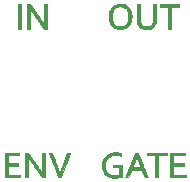
<source format=gbr>
G04 #@! TF.GenerationSoftware,KiCad,Pcbnew,(5.0.0)*
G04 #@! TF.CreationDate,2019-01-08T20:34:23-08:00*
G04 #@! TF.ProjectId,ears_panel,656172735F70616E656C2E6B69636164,rev?*
G04 #@! TF.SameCoordinates,Original*
G04 #@! TF.FileFunction,Legend,Top*
G04 #@! TF.FilePolarity,Positive*
%FSLAX46Y46*%
G04 Gerber Fmt 4.6, Leading zero omitted, Abs format (unit mm)*
G04 Created by KiCad (PCBNEW (5.0.0)) date 01/08/19 20:34:23*
%MOMM*%
%LPD*%
G01*
G04 APERTURE LIST*
%ADD10C,0.010000*%
%ADD11C,0.150000*%
G04 APERTURE END LIST*
D10*
G04 #@! TO.C,G\002A\002A\002A*
G36*
X144901497Y-71272314D02*
X144652009Y-71272314D01*
X144229065Y-70671888D01*
X144152259Y-70562640D01*
X144074496Y-70451636D01*
X143997384Y-70341195D01*
X143922530Y-70233634D01*
X143851540Y-70131272D01*
X143786023Y-70036428D01*
X143727585Y-69951420D01*
X143677834Y-69878567D01*
X143638377Y-69820186D01*
X143631627Y-69810098D01*
X143587617Y-69744413D01*
X143547490Y-69684970D01*
X143512710Y-69633905D01*
X143484745Y-69593356D01*
X143465061Y-69565458D01*
X143455124Y-69552348D01*
X143454232Y-69551634D01*
X143453844Y-69562530D01*
X143454158Y-69591936D01*
X143455109Y-69637209D01*
X143456631Y-69695705D01*
X143458660Y-69764783D01*
X143461132Y-69841800D01*
X143461939Y-69865736D01*
X143464121Y-69941412D01*
X143466157Y-70034471D01*
X143467998Y-70141134D01*
X143469598Y-70257616D01*
X143470910Y-70380138D01*
X143471886Y-70504916D01*
X143472479Y-70628169D01*
X143472647Y-70724626D01*
X143472747Y-71272314D01*
X143218747Y-71272314D01*
X143218747Y-69197980D01*
X143467455Y-69198010D01*
X143901030Y-69814474D01*
X143978175Y-69924355D01*
X144055866Y-70035383D01*
X144132580Y-70145354D01*
X144206789Y-70252067D01*
X144276969Y-70353319D01*
X144341594Y-70446909D01*
X144399139Y-70530633D01*
X144448077Y-70602289D01*
X144486885Y-70659675D01*
X144498325Y-70676783D01*
X144540888Y-70740396D01*
X144579579Y-70797648D01*
X144612883Y-70846342D01*
X144639281Y-70884279D01*
X144657257Y-70909260D01*
X144665295Y-70919089D01*
X144665542Y-70919130D01*
X144666091Y-70908037D01*
X144665780Y-70878714D01*
X144664689Y-70834078D01*
X144662897Y-70777044D01*
X144660485Y-70710530D01*
X144658368Y-70657411D01*
X144656304Y-70596165D01*
X144654367Y-70516879D01*
X144652597Y-70422681D01*
X144651034Y-70316696D01*
X144649716Y-70202051D01*
X144648682Y-70081873D01*
X144647972Y-69959289D01*
X144647625Y-69837426D01*
X144647597Y-69798584D01*
X144647497Y-69197980D01*
X144901497Y-69197980D01*
X144901497Y-71272314D01*
X144901497Y-71272314D01*
G37*
X144901497Y-71272314D02*
X144652009Y-71272314D01*
X144229065Y-70671888D01*
X144152259Y-70562640D01*
X144074496Y-70451636D01*
X143997384Y-70341195D01*
X143922530Y-70233634D01*
X143851540Y-70131272D01*
X143786023Y-70036428D01*
X143727585Y-69951420D01*
X143677834Y-69878567D01*
X143638377Y-69820186D01*
X143631627Y-69810098D01*
X143587617Y-69744413D01*
X143547490Y-69684970D01*
X143512710Y-69633905D01*
X143484745Y-69593356D01*
X143465061Y-69565458D01*
X143455124Y-69552348D01*
X143454232Y-69551634D01*
X143453844Y-69562530D01*
X143454158Y-69591936D01*
X143455109Y-69637209D01*
X143456631Y-69695705D01*
X143458660Y-69764783D01*
X143461132Y-69841800D01*
X143461939Y-69865736D01*
X143464121Y-69941412D01*
X143466157Y-70034471D01*
X143467998Y-70141134D01*
X143469598Y-70257616D01*
X143470910Y-70380138D01*
X143471886Y-70504916D01*
X143472479Y-70628169D01*
X143472647Y-70724626D01*
X143472747Y-71272314D01*
X143218747Y-71272314D01*
X143218747Y-69197980D01*
X143467455Y-69198010D01*
X143901030Y-69814474D01*
X143978175Y-69924355D01*
X144055866Y-70035383D01*
X144132580Y-70145354D01*
X144206789Y-70252067D01*
X144276969Y-70353319D01*
X144341594Y-70446909D01*
X144399139Y-70530633D01*
X144448077Y-70602289D01*
X144486885Y-70659675D01*
X144498325Y-70676783D01*
X144540888Y-70740396D01*
X144579579Y-70797648D01*
X144612883Y-70846342D01*
X144639281Y-70884279D01*
X144657257Y-70909260D01*
X144665295Y-70919089D01*
X144665542Y-70919130D01*
X144666091Y-70908037D01*
X144665780Y-70878714D01*
X144664689Y-70834078D01*
X144662897Y-70777044D01*
X144660485Y-70710530D01*
X144658368Y-70657411D01*
X144656304Y-70596165D01*
X144654367Y-70516879D01*
X144652597Y-70422681D01*
X144651034Y-70316696D01*
X144649716Y-70202051D01*
X144648682Y-70081873D01*
X144647972Y-69959289D01*
X144647625Y-69837426D01*
X144647597Y-69798584D01*
X144647497Y-69197980D01*
X144901497Y-69197980D01*
X144901497Y-71272314D01*
G36*
X142689580Y-71272314D02*
X142435580Y-71272314D01*
X142435580Y-69197980D01*
X142689580Y-69197980D01*
X142689580Y-71272314D01*
X142689580Y-71272314D01*
G37*
X142689580Y-71272314D02*
X142435580Y-71272314D01*
X142435580Y-69197980D01*
X142689580Y-69197980D01*
X142689580Y-71272314D01*
G36*
X156093160Y-69420740D02*
X155394660Y-69420740D01*
X155394660Y-71272824D01*
X155151359Y-71272824D01*
X155145951Y-69426032D01*
X154799347Y-69423241D01*
X154452743Y-69420451D01*
X154452743Y-69198490D01*
X156093160Y-69198490D01*
X156093160Y-69420740D01*
X156093160Y-69420740D01*
G37*
X156093160Y-69420740D02*
X155394660Y-69420740D01*
X155394660Y-71272824D01*
X155151359Y-71272824D01*
X155145951Y-69426032D01*
X154799347Y-69423241D01*
X154452743Y-69420451D01*
X154452743Y-69198490D01*
X156093160Y-69198490D01*
X156093160Y-69420740D01*
G36*
X152770362Y-69889053D02*
X152770500Y-70038634D01*
X152770821Y-70168700D01*
X152771438Y-70280901D01*
X152772466Y-70376889D01*
X152774022Y-70458314D01*
X152776218Y-70526827D01*
X152779171Y-70584079D01*
X152782994Y-70631722D01*
X152787803Y-70671406D01*
X152793713Y-70704781D01*
X152800838Y-70733500D01*
X152809293Y-70759213D01*
X152819193Y-70783571D01*
X152830652Y-70808225D01*
X152834883Y-70816885D01*
X152886329Y-70898034D01*
X152953816Y-70967438D01*
X153034468Y-71022851D01*
X153125412Y-71062029D01*
X153161576Y-71072075D01*
X153215905Y-71080736D01*
X153282410Y-71085017D01*
X153353772Y-71085027D01*
X153422670Y-71080873D01*
X153481784Y-71072664D01*
X153505624Y-71067004D01*
X153605323Y-71028784D01*
X153689689Y-70976039D01*
X153758970Y-70908573D01*
X153813412Y-70826188D01*
X153817012Y-70819188D01*
X153829042Y-70795102D01*
X153839458Y-70772754D01*
X153848379Y-70750491D01*
X153855919Y-70726661D01*
X153862196Y-70699613D01*
X153867326Y-70667694D01*
X153871425Y-70629252D01*
X153874610Y-70582636D01*
X153876997Y-70526193D01*
X153878704Y-70458271D01*
X153879845Y-70377219D01*
X153880538Y-70281384D01*
X153880899Y-70169115D01*
X153881045Y-70038759D01*
X153881086Y-69910219D01*
X153881243Y-69198490D01*
X154136542Y-69198490D01*
X154132539Y-69936678D01*
X154131744Y-70079881D01*
X154130987Y-70203558D01*
X154130215Y-70309351D01*
X154129377Y-70398899D01*
X154128418Y-70473843D01*
X154127285Y-70535824D01*
X154125927Y-70586483D01*
X154124289Y-70627460D01*
X154122319Y-70660397D01*
X154119964Y-70686933D01*
X154117171Y-70708709D01*
X154113886Y-70727367D01*
X154110058Y-70744546D01*
X154105936Y-70760734D01*
X154064838Y-70884246D01*
X154010687Y-70991180D01*
X153943010Y-71081981D01*
X153861337Y-71157093D01*
X153765196Y-71216959D01*
X153654117Y-71262023D01*
X153544291Y-71289662D01*
X153498069Y-71295807D01*
X153436714Y-71300132D01*
X153366184Y-71302591D01*
X153292439Y-71303138D01*
X153221436Y-71301727D01*
X153159135Y-71298313D01*
X153112202Y-71292969D01*
X153052935Y-71279100D01*
X152985283Y-71257056D01*
X152917207Y-71229919D01*
X152856663Y-71200770D01*
X152823735Y-71181290D01*
X152736820Y-71111092D01*
X152664564Y-71025646D01*
X152606964Y-70924942D01*
X152564015Y-70808972D01*
X152535712Y-70677729D01*
X152526542Y-70600782D01*
X152524657Y-70568928D01*
X152522880Y-70518192D01*
X152521241Y-70450855D01*
X152519772Y-70369203D01*
X152518505Y-70275518D01*
X152517472Y-70172084D01*
X152516702Y-70061184D01*
X152516230Y-69945101D01*
X152516083Y-69841428D01*
X152515993Y-69198490D01*
X152769993Y-69198490D01*
X152770362Y-69889053D01*
X152770362Y-69889053D01*
G37*
X152770362Y-69889053D02*
X152770500Y-70038634D01*
X152770821Y-70168700D01*
X152771438Y-70280901D01*
X152772466Y-70376889D01*
X152774022Y-70458314D01*
X152776218Y-70526827D01*
X152779171Y-70584079D01*
X152782994Y-70631722D01*
X152787803Y-70671406D01*
X152793713Y-70704781D01*
X152800838Y-70733500D01*
X152809293Y-70759213D01*
X152819193Y-70783571D01*
X152830652Y-70808225D01*
X152834883Y-70816885D01*
X152886329Y-70898034D01*
X152953816Y-70967438D01*
X153034468Y-71022851D01*
X153125412Y-71062029D01*
X153161576Y-71072075D01*
X153215905Y-71080736D01*
X153282410Y-71085017D01*
X153353772Y-71085027D01*
X153422670Y-71080873D01*
X153481784Y-71072664D01*
X153505624Y-71067004D01*
X153605323Y-71028784D01*
X153689689Y-70976039D01*
X153758970Y-70908573D01*
X153813412Y-70826188D01*
X153817012Y-70819188D01*
X153829042Y-70795102D01*
X153839458Y-70772754D01*
X153848379Y-70750491D01*
X153855919Y-70726661D01*
X153862196Y-70699613D01*
X153867326Y-70667694D01*
X153871425Y-70629252D01*
X153874610Y-70582636D01*
X153876997Y-70526193D01*
X153878704Y-70458271D01*
X153879845Y-70377219D01*
X153880538Y-70281384D01*
X153880899Y-70169115D01*
X153881045Y-70038759D01*
X153881086Y-69910219D01*
X153881243Y-69198490D01*
X154136542Y-69198490D01*
X154132539Y-69936678D01*
X154131744Y-70079881D01*
X154130987Y-70203558D01*
X154130215Y-70309351D01*
X154129377Y-70398899D01*
X154128418Y-70473843D01*
X154127285Y-70535824D01*
X154125927Y-70586483D01*
X154124289Y-70627460D01*
X154122319Y-70660397D01*
X154119964Y-70686933D01*
X154117171Y-70708709D01*
X154113886Y-70727367D01*
X154110058Y-70744546D01*
X154105936Y-70760734D01*
X154064838Y-70884246D01*
X154010687Y-70991180D01*
X153943010Y-71081981D01*
X153861337Y-71157093D01*
X153765196Y-71216959D01*
X153654117Y-71262023D01*
X153544291Y-71289662D01*
X153498069Y-71295807D01*
X153436714Y-71300132D01*
X153366184Y-71302591D01*
X153292439Y-71303138D01*
X153221436Y-71301727D01*
X153159135Y-71298313D01*
X153112202Y-71292969D01*
X153052935Y-71279100D01*
X152985283Y-71257056D01*
X152917207Y-71229919D01*
X152856663Y-71200770D01*
X152823735Y-71181290D01*
X152736820Y-71111092D01*
X152664564Y-71025646D01*
X152606964Y-70924942D01*
X152564015Y-70808972D01*
X152535712Y-70677729D01*
X152526542Y-70600782D01*
X152524657Y-70568928D01*
X152522880Y-70518192D01*
X152521241Y-70450855D01*
X152519772Y-70369203D01*
X152518505Y-70275518D01*
X152517472Y-70172084D01*
X152516702Y-70061184D01*
X152516230Y-69945101D01*
X152516083Y-69841428D01*
X152515993Y-69198490D01*
X152769993Y-69198490D01*
X152770362Y-69889053D01*
G36*
X151193841Y-69169323D02*
X151267814Y-69175336D01*
X151311208Y-69181924D01*
X151448213Y-69218646D01*
X151573207Y-69272734D01*
X151685772Y-69343870D01*
X151785490Y-69431739D01*
X151871944Y-69536025D01*
X151944717Y-69656410D01*
X151949319Y-69665492D01*
X151999798Y-69781362D01*
X152036192Y-69900770D01*
X152059404Y-70027932D01*
X152070338Y-70167062D01*
X152071493Y-70235657D01*
X152062952Y-70402531D01*
X152037383Y-70557421D01*
X151994867Y-70700095D01*
X151935484Y-70830321D01*
X151859316Y-70947867D01*
X151797592Y-71020847D01*
X151696202Y-71113855D01*
X151583273Y-71189718D01*
X151460676Y-71247399D01*
X151330279Y-71285864D01*
X151311907Y-71289581D01*
X151263269Y-71296088D01*
X151200304Y-71300510D01*
X151129278Y-71302801D01*
X151056459Y-71302920D01*
X150988112Y-71300821D01*
X150930504Y-71296461D01*
X150902035Y-71292440D01*
X150768452Y-71257333D01*
X150643800Y-71203551D01*
X150529633Y-71132256D01*
X150427503Y-71044613D01*
X150338964Y-70941785D01*
X150265568Y-70824936D01*
X150257669Y-70809666D01*
X150205610Y-70685655D01*
X150167546Y-70549202D01*
X150143794Y-70404024D01*
X150134674Y-70253836D01*
X150135373Y-70235657D01*
X150405792Y-70235657D01*
X150405940Y-70311955D01*
X150406780Y-70371059D01*
X150408618Y-70416937D01*
X150411760Y-70453560D01*
X150416511Y-70484895D01*
X150423178Y-70514911D01*
X150428994Y-70536711D01*
X150473373Y-70663114D01*
X150531497Y-70774274D01*
X150602787Y-70869648D01*
X150686662Y-70948692D01*
X150782542Y-71010862D01*
X150889846Y-71055615D01*
X151007994Y-71082408D01*
X151012361Y-71083020D01*
X151076674Y-71087272D01*
X151151253Y-71085092D01*
X151226410Y-71077108D01*
X151287622Y-71065204D01*
X151394378Y-71027323D01*
X151493228Y-70970363D01*
X151580667Y-70896840D01*
X151620000Y-70855361D01*
X151650531Y-70816901D01*
X151677327Y-70774160D01*
X151705455Y-70719840D01*
X151709915Y-70710629D01*
X151746632Y-70627816D01*
X151772999Y-70551011D01*
X151791129Y-70472236D01*
X151803137Y-70383511D01*
X151806492Y-70346045D01*
X151810315Y-70200484D01*
X151798703Y-70059282D01*
X151772231Y-69925881D01*
X151731475Y-69803724D01*
X151706660Y-69749405D01*
X151644948Y-69649340D01*
X151568803Y-69563742D01*
X151480108Y-69493589D01*
X151380742Y-69439858D01*
X151272587Y-69403528D01*
X151157523Y-69385577D01*
X151037431Y-69386982D01*
X151014588Y-69389470D01*
X150897084Y-69413977D01*
X150790003Y-69456663D01*
X150693969Y-69516944D01*
X150609607Y-69594235D01*
X150537541Y-69687954D01*
X150478396Y-69797516D01*
X150432796Y-69922337D01*
X150428565Y-69937223D01*
X150420661Y-69968310D01*
X150414808Y-69998892D01*
X150410706Y-70032911D01*
X150408053Y-70074309D01*
X150406550Y-70127029D01*
X150405895Y-70195012D01*
X150405792Y-70235657D01*
X150135373Y-70235657D01*
X150140505Y-70102354D01*
X150161607Y-69953293D01*
X150177911Y-69881115D01*
X150197659Y-69817703D01*
X150225692Y-69745629D01*
X150258684Y-69672308D01*
X150293310Y-69605158D01*
X150324575Y-69554002D01*
X150407478Y-69451773D01*
X150505727Y-69362292D01*
X150616530Y-69287392D01*
X150737098Y-69228908D01*
X150864639Y-69188674D01*
X150888359Y-69183463D01*
X150951639Y-69174252D01*
X151028489Y-69168808D01*
X151111644Y-69167156D01*
X151193841Y-69169323D01*
X151193841Y-69169323D01*
G37*
X151193841Y-69169323D02*
X151267814Y-69175336D01*
X151311208Y-69181924D01*
X151448213Y-69218646D01*
X151573207Y-69272734D01*
X151685772Y-69343870D01*
X151785490Y-69431739D01*
X151871944Y-69536025D01*
X151944717Y-69656410D01*
X151949319Y-69665492D01*
X151999798Y-69781362D01*
X152036192Y-69900770D01*
X152059404Y-70027932D01*
X152070338Y-70167062D01*
X152071493Y-70235657D01*
X152062952Y-70402531D01*
X152037383Y-70557421D01*
X151994867Y-70700095D01*
X151935484Y-70830321D01*
X151859316Y-70947867D01*
X151797592Y-71020847D01*
X151696202Y-71113855D01*
X151583273Y-71189718D01*
X151460676Y-71247399D01*
X151330279Y-71285864D01*
X151311907Y-71289581D01*
X151263269Y-71296088D01*
X151200304Y-71300510D01*
X151129278Y-71302801D01*
X151056459Y-71302920D01*
X150988112Y-71300821D01*
X150930504Y-71296461D01*
X150902035Y-71292440D01*
X150768452Y-71257333D01*
X150643800Y-71203551D01*
X150529633Y-71132256D01*
X150427503Y-71044613D01*
X150338964Y-70941785D01*
X150265568Y-70824936D01*
X150257669Y-70809666D01*
X150205610Y-70685655D01*
X150167546Y-70549202D01*
X150143794Y-70404024D01*
X150134674Y-70253836D01*
X150135373Y-70235657D01*
X150405792Y-70235657D01*
X150405940Y-70311955D01*
X150406780Y-70371059D01*
X150408618Y-70416937D01*
X150411760Y-70453560D01*
X150416511Y-70484895D01*
X150423178Y-70514911D01*
X150428994Y-70536711D01*
X150473373Y-70663114D01*
X150531497Y-70774274D01*
X150602787Y-70869648D01*
X150686662Y-70948692D01*
X150782542Y-71010862D01*
X150889846Y-71055615D01*
X151007994Y-71082408D01*
X151012361Y-71083020D01*
X151076674Y-71087272D01*
X151151253Y-71085092D01*
X151226410Y-71077108D01*
X151287622Y-71065204D01*
X151394378Y-71027323D01*
X151493228Y-70970363D01*
X151580667Y-70896840D01*
X151620000Y-70855361D01*
X151650531Y-70816901D01*
X151677327Y-70774160D01*
X151705455Y-70719840D01*
X151709915Y-70710629D01*
X151746632Y-70627816D01*
X151772999Y-70551011D01*
X151791129Y-70472236D01*
X151803137Y-70383511D01*
X151806492Y-70346045D01*
X151810315Y-70200484D01*
X151798703Y-70059282D01*
X151772231Y-69925881D01*
X151731475Y-69803724D01*
X151706660Y-69749405D01*
X151644948Y-69649340D01*
X151568803Y-69563742D01*
X151480108Y-69493589D01*
X151380742Y-69439858D01*
X151272587Y-69403528D01*
X151157523Y-69385577D01*
X151037431Y-69386982D01*
X151014588Y-69389470D01*
X150897084Y-69413977D01*
X150790003Y-69456663D01*
X150693969Y-69516944D01*
X150609607Y-69594235D01*
X150537541Y-69687954D01*
X150478396Y-69797516D01*
X150432796Y-69922337D01*
X150428565Y-69937223D01*
X150420661Y-69968310D01*
X150414808Y-69998892D01*
X150410706Y-70032911D01*
X150408053Y-70074309D01*
X150406550Y-70127029D01*
X150405895Y-70195012D01*
X150405792Y-70235657D01*
X150135373Y-70235657D01*
X150140505Y-70102354D01*
X150161607Y-69953293D01*
X150177911Y-69881115D01*
X150197659Y-69817703D01*
X150225692Y-69745629D01*
X150258684Y-69672308D01*
X150293310Y-69605158D01*
X150324575Y-69554002D01*
X150407478Y-69451773D01*
X150505727Y-69362292D01*
X150616530Y-69287392D01*
X150737098Y-69228908D01*
X150864639Y-69188674D01*
X150888359Y-69183463D01*
X150951639Y-69174252D01*
X151028489Y-69168808D01*
X151111644Y-69167156D01*
X151193841Y-69169323D01*
G36*
X146848645Y-81859136D02*
X146840781Y-81880072D01*
X146825951Y-81919295D01*
X146804724Y-81975313D01*
X146777666Y-82046632D01*
X146745346Y-82131757D01*
X146708330Y-82229197D01*
X146667185Y-82337457D01*
X146622480Y-82455045D01*
X146574781Y-82580465D01*
X146524657Y-82712226D01*
X146472673Y-82848834D01*
X146454706Y-82896041D01*
X146089581Y-83855327D01*
X145871543Y-83855851D01*
X145857301Y-83821455D01*
X145851585Y-83806866D01*
X145838874Y-83773889D01*
X145819700Y-83723918D01*
X145794596Y-83658346D01*
X145764095Y-83578568D01*
X145728728Y-83485979D01*
X145689029Y-83381971D01*
X145645529Y-83267940D01*
X145598761Y-83145281D01*
X145549258Y-83015386D01*
X145497552Y-82879650D01*
X145470306Y-82808101D01*
X145417791Y-82670181D01*
X145367298Y-82537573D01*
X145319350Y-82411649D01*
X145274471Y-82293785D01*
X145233183Y-82185355D01*
X145196011Y-82087733D01*
X145163478Y-82002293D01*
X145136107Y-81930412D01*
X145114421Y-81873462D01*
X145098944Y-81832818D01*
X145090199Y-81809855D01*
X145088475Y-81805330D01*
X145079397Y-81781517D01*
X145338165Y-81781699D01*
X145554650Y-82366337D01*
X145619249Y-82540955D01*
X145676812Y-82696912D01*
X145727756Y-82835359D01*
X145772498Y-82957446D01*
X145811455Y-83064324D01*
X145845045Y-83157143D01*
X145873683Y-83237054D01*
X145897788Y-83305207D01*
X145917775Y-83362753D01*
X145934063Y-83410842D01*
X145942080Y-83435163D01*
X145955964Y-83475626D01*
X145968118Y-83507122D01*
X145976747Y-83525176D01*
X145979232Y-83527767D01*
X145984546Y-83518212D01*
X145995492Y-83491474D01*
X146010988Y-83450445D01*
X146029955Y-83398016D01*
X146051310Y-83337079D01*
X146060275Y-83310981D01*
X146077244Y-83262139D01*
X146100699Y-83195891D01*
X146129756Y-83114672D01*
X146163533Y-83020919D01*
X146201148Y-82917068D01*
X146241717Y-82805555D01*
X146284359Y-82688816D01*
X146328190Y-82569288D01*
X146372329Y-82449406D01*
X146376535Y-82438008D01*
X146618748Y-81781821D01*
X146748103Y-81781669D01*
X146877459Y-81781517D01*
X146848645Y-81859136D01*
X146848645Y-81859136D01*
G37*
X146848645Y-81859136D02*
X146840781Y-81880072D01*
X146825951Y-81919295D01*
X146804724Y-81975313D01*
X146777666Y-82046632D01*
X146745346Y-82131757D01*
X146708330Y-82229197D01*
X146667185Y-82337457D01*
X146622480Y-82455045D01*
X146574781Y-82580465D01*
X146524657Y-82712226D01*
X146472673Y-82848834D01*
X146454706Y-82896041D01*
X146089581Y-83855327D01*
X145871543Y-83855851D01*
X145857301Y-83821455D01*
X145851585Y-83806866D01*
X145838874Y-83773889D01*
X145819700Y-83723918D01*
X145794596Y-83658346D01*
X145764095Y-83578568D01*
X145728728Y-83485979D01*
X145689029Y-83381971D01*
X145645529Y-83267940D01*
X145598761Y-83145281D01*
X145549258Y-83015386D01*
X145497552Y-82879650D01*
X145470306Y-82808101D01*
X145417791Y-82670181D01*
X145367298Y-82537573D01*
X145319350Y-82411649D01*
X145274471Y-82293785D01*
X145233183Y-82185355D01*
X145196011Y-82087733D01*
X145163478Y-82002293D01*
X145136107Y-81930412D01*
X145114421Y-81873462D01*
X145098944Y-81832818D01*
X145090199Y-81809855D01*
X145088475Y-81805330D01*
X145079397Y-81781517D01*
X145338165Y-81781699D01*
X145554650Y-82366337D01*
X145619249Y-82540955D01*
X145676812Y-82696912D01*
X145727756Y-82835359D01*
X145772498Y-82957446D01*
X145811455Y-83064324D01*
X145845045Y-83157143D01*
X145873683Y-83237054D01*
X145897788Y-83305207D01*
X145917775Y-83362753D01*
X145934063Y-83410842D01*
X145942080Y-83435163D01*
X145955964Y-83475626D01*
X145968118Y-83507122D01*
X145976747Y-83525176D01*
X145979232Y-83527767D01*
X145984546Y-83518212D01*
X145995492Y-83491474D01*
X146010988Y-83450445D01*
X146029955Y-83398016D01*
X146051310Y-83337079D01*
X146060275Y-83310981D01*
X146077244Y-83262139D01*
X146100699Y-83195891D01*
X146129756Y-83114672D01*
X146163533Y-83020919D01*
X146201148Y-82917068D01*
X146241717Y-82805555D01*
X146284359Y-82688816D01*
X146328190Y-82569288D01*
X146372329Y-82449406D01*
X146376535Y-82438008D01*
X146618748Y-81781821D01*
X146748103Y-81781669D01*
X146877459Y-81781517D01*
X146848645Y-81859136D01*
G36*
X144750790Y-83855851D02*
X144501302Y-83855851D01*
X144078358Y-83255425D01*
X144001552Y-83146177D01*
X143923789Y-83035173D01*
X143846677Y-82924732D01*
X143771822Y-82817171D01*
X143700833Y-82714809D01*
X143635315Y-82619965D01*
X143576878Y-82534957D01*
X143527127Y-82462104D01*
X143487670Y-82403723D01*
X143480920Y-82393635D01*
X143436910Y-82327950D01*
X143396782Y-82268507D01*
X143362003Y-82217442D01*
X143334037Y-82176893D01*
X143314353Y-82148995D01*
X143304417Y-82135885D01*
X143303524Y-82135171D01*
X143303137Y-82146067D01*
X143303451Y-82175473D01*
X143304401Y-82220746D01*
X143305924Y-82279242D01*
X143307953Y-82348320D01*
X143310425Y-82425337D01*
X143311232Y-82449273D01*
X143313414Y-82524949D01*
X143315450Y-82618008D01*
X143317291Y-82724671D01*
X143318891Y-82841153D01*
X143320202Y-82963675D01*
X143321178Y-83088453D01*
X143321772Y-83211706D01*
X143321939Y-83308163D01*
X143322040Y-83855851D01*
X143068040Y-83855851D01*
X143068040Y-81781517D01*
X143316748Y-81781547D01*
X143750323Y-82398011D01*
X143827467Y-82507892D01*
X143905159Y-82618920D01*
X143981872Y-82728891D01*
X144056082Y-82835604D01*
X144126262Y-82936856D01*
X144190887Y-83030446D01*
X144248431Y-83114170D01*
X144297370Y-83185826D01*
X144336177Y-83243212D01*
X144347618Y-83260320D01*
X144390181Y-83323933D01*
X144428872Y-83381185D01*
X144462175Y-83429879D01*
X144488573Y-83467816D01*
X144506550Y-83492797D01*
X144514588Y-83502626D01*
X144514834Y-83502667D01*
X144515384Y-83491574D01*
X144515073Y-83462251D01*
X144513982Y-83417615D01*
X144512190Y-83360581D01*
X144509778Y-83294067D01*
X144507661Y-83240948D01*
X144505596Y-83179702D01*
X144503660Y-83100416D01*
X144501890Y-83006218D01*
X144500327Y-82900233D01*
X144499008Y-82785588D01*
X144497975Y-82665410D01*
X144497265Y-82542826D01*
X144496918Y-82420963D01*
X144496890Y-82382121D01*
X144496790Y-81781517D01*
X144750790Y-81781517D01*
X144750790Y-83855851D01*
X144750790Y-83855851D01*
G37*
X144750790Y-83855851D02*
X144501302Y-83855851D01*
X144078358Y-83255425D01*
X144001552Y-83146177D01*
X143923789Y-83035173D01*
X143846677Y-82924732D01*
X143771822Y-82817171D01*
X143700833Y-82714809D01*
X143635315Y-82619965D01*
X143576878Y-82534957D01*
X143527127Y-82462104D01*
X143487670Y-82403723D01*
X143480920Y-82393635D01*
X143436910Y-82327950D01*
X143396782Y-82268507D01*
X143362003Y-82217442D01*
X143334037Y-82176893D01*
X143314353Y-82148995D01*
X143304417Y-82135885D01*
X143303524Y-82135171D01*
X143303137Y-82146067D01*
X143303451Y-82175473D01*
X143304401Y-82220746D01*
X143305924Y-82279242D01*
X143307953Y-82348320D01*
X143310425Y-82425337D01*
X143311232Y-82449273D01*
X143313414Y-82524949D01*
X143315450Y-82618008D01*
X143317291Y-82724671D01*
X143318891Y-82841153D01*
X143320202Y-82963675D01*
X143321178Y-83088453D01*
X143321772Y-83211706D01*
X143321939Y-83308163D01*
X143322040Y-83855851D01*
X143068040Y-83855851D01*
X143068040Y-81781517D01*
X143316748Y-81781547D01*
X143750323Y-82398011D01*
X143827467Y-82507892D01*
X143905159Y-82618920D01*
X143981872Y-82728891D01*
X144056082Y-82835604D01*
X144126262Y-82936856D01*
X144190887Y-83030446D01*
X144248431Y-83114170D01*
X144297370Y-83185826D01*
X144336177Y-83243212D01*
X144347618Y-83260320D01*
X144390181Y-83323933D01*
X144428872Y-83381185D01*
X144462175Y-83429879D01*
X144488573Y-83467816D01*
X144506550Y-83492797D01*
X144514588Y-83502626D01*
X144514834Y-83502667D01*
X144515384Y-83491574D01*
X144515073Y-83462251D01*
X144513982Y-83417615D01*
X144512190Y-83360581D01*
X144509778Y-83294067D01*
X144507661Y-83240948D01*
X144505596Y-83179702D01*
X144503660Y-83100416D01*
X144501890Y-83006218D01*
X144500327Y-82900233D01*
X144499008Y-82785588D01*
X144497975Y-82665410D01*
X144497265Y-82542826D01*
X144496918Y-82420963D01*
X144496890Y-82382121D01*
X144496790Y-81781517D01*
X144750790Y-81781517D01*
X144750790Y-83855851D01*
G36*
X142581206Y-82003767D02*
X141575790Y-82003767D01*
X141575790Y-82681101D01*
X142464790Y-82681101D01*
X142464790Y-82903351D01*
X141575790Y-82903351D01*
X141575790Y-83633601D01*
X142634123Y-83633601D01*
X142634123Y-83855851D01*
X141321790Y-83855851D01*
X141321790Y-81781517D01*
X142581206Y-81781517D01*
X142581206Y-82003767D01*
X142581206Y-82003767D01*
G37*
X142581206Y-82003767D02*
X141575790Y-82003767D01*
X141575790Y-82681101D01*
X142464790Y-82681101D01*
X142464790Y-82903351D01*
X141575790Y-82903351D01*
X141575790Y-83633601D01*
X142634123Y-83633601D01*
X142634123Y-83855851D01*
X141321790Y-83855851D01*
X141321790Y-81781517D01*
X142581206Y-81781517D01*
X142581206Y-82003767D01*
G36*
X156626560Y-82002630D02*
X155621143Y-82002630D01*
X155621143Y-82679964D01*
X156510143Y-82679964D01*
X156510143Y-82902214D01*
X155621143Y-82902214D01*
X155621143Y-83632464D01*
X156679477Y-83632464D01*
X156679477Y-83854714D01*
X155367143Y-83854714D01*
X155367143Y-81780380D01*
X156626560Y-81780380D01*
X156626560Y-82002630D01*
X156626560Y-82002630D01*
G37*
X156626560Y-82002630D02*
X155621143Y-82002630D01*
X155621143Y-82679964D01*
X156510143Y-82679964D01*
X156510143Y-82902214D01*
X155621143Y-82902214D01*
X155621143Y-83632464D01*
X156679477Y-83632464D01*
X156679477Y-83854714D01*
X155367143Y-83854714D01*
X155367143Y-81780380D01*
X156626560Y-81780380D01*
X156626560Y-82002630D01*
G36*
X155039060Y-82002630D02*
X154340560Y-82002630D01*
X154340560Y-83854714D01*
X154097259Y-83854714D01*
X154094555Y-82931318D01*
X154091852Y-82007922D01*
X153745247Y-82005131D01*
X153398643Y-82002341D01*
X153398643Y-81780380D01*
X155039060Y-81780380D01*
X155039060Y-82002630D01*
X155039060Y-82002630D01*
G37*
X155039060Y-82002630D02*
X154340560Y-82002630D01*
X154340560Y-83854714D01*
X154097259Y-83854714D01*
X154094555Y-82931318D01*
X154091852Y-82007922D01*
X153745247Y-82005131D01*
X153398643Y-82002341D01*
X153398643Y-81780380D01*
X155039060Y-81780380D01*
X155039060Y-82002630D01*
G36*
X152599602Y-81780596D02*
X153017643Y-82807427D01*
X153074766Y-82947751D01*
X153129650Y-83082606D01*
X153181768Y-83210692D01*
X153230592Y-83330710D01*
X153275594Y-83441361D01*
X153316245Y-83541346D01*
X153352017Y-83629366D01*
X153382382Y-83704121D01*
X153406813Y-83764313D01*
X153424780Y-83808641D01*
X153435756Y-83835808D01*
X153439213Y-83844486D01*
X153430670Y-83848785D01*
X153403226Y-83851965D01*
X153359123Y-83853860D01*
X153306921Y-83854328D01*
X153171102Y-83853942D01*
X153048992Y-83544765D01*
X152926883Y-83235589D01*
X152051781Y-83235589D01*
X151929756Y-83545151D01*
X151807730Y-83854714D01*
X151675911Y-83854714D01*
X151621096Y-83854479D01*
X151584186Y-83853458D01*
X151561923Y-83851175D01*
X151551046Y-83847153D01*
X151548296Y-83840916D01*
X151549115Y-83836193D01*
X151553542Y-83824658D01*
X151565304Y-83795118D01*
X151583753Y-83749173D01*
X151608240Y-83688420D01*
X151638115Y-83614459D01*
X151672729Y-83528888D01*
X151711433Y-83433304D01*
X151753577Y-83329307D01*
X151798513Y-83218496D01*
X151845591Y-83102468D01*
X151887829Y-82998422D01*
X152149810Y-82998422D01*
X152160048Y-83000928D01*
X152189384Y-83003148D01*
X152235751Y-83005025D01*
X152297080Y-83006500D01*
X152371306Y-83007513D01*
X152456359Y-83008007D01*
X152489710Y-83008047D01*
X152829611Y-83008047D01*
X152824281Y-82984234D01*
X152819064Y-82968031D01*
X152807231Y-82935123D01*
X152789904Y-82888507D01*
X152768205Y-82831179D01*
X152743256Y-82766137D01*
X152723528Y-82715230D01*
X152691946Y-82633335D01*
X152658301Y-82544801D01*
X152624891Y-82455768D01*
X152594017Y-82372376D01*
X152567978Y-82300766D01*
X152561734Y-82283287D01*
X152538406Y-82219442D01*
X152518468Y-82168457D01*
X152502739Y-82132243D01*
X152492038Y-82112708D01*
X152487609Y-82110437D01*
X152481618Y-82124496D01*
X152469744Y-82154997D01*
X152453299Y-82198473D01*
X152433596Y-82251460D01*
X152414220Y-82304255D01*
X152390607Y-82368093D01*
X152361345Y-82445825D01*
X152328632Y-82531688D01*
X152294669Y-82619919D01*
X152261657Y-82704756D01*
X152249197Y-82736484D01*
X152222253Y-82805248D01*
X152198083Y-82867626D01*
X152177724Y-82920885D01*
X152162214Y-82962291D01*
X152152589Y-82989109D01*
X152149810Y-82998422D01*
X151887829Y-82998422D01*
X151894162Y-82982822D01*
X151943578Y-82861157D01*
X151993187Y-82739071D01*
X152042343Y-82618162D01*
X152090395Y-82500030D01*
X152136694Y-82386272D01*
X152180591Y-82278487D01*
X152221436Y-82178274D01*
X152258582Y-82087231D01*
X152291377Y-82006956D01*
X152319174Y-81939048D01*
X152341323Y-81885106D01*
X152352872Y-81857109D01*
X152384618Y-81780380D01*
X152599602Y-81780596D01*
X152599602Y-81780596D01*
G37*
X152599602Y-81780596D02*
X153017643Y-82807427D01*
X153074766Y-82947751D01*
X153129650Y-83082606D01*
X153181768Y-83210692D01*
X153230592Y-83330710D01*
X153275594Y-83441361D01*
X153316245Y-83541346D01*
X153352017Y-83629366D01*
X153382382Y-83704121D01*
X153406813Y-83764313D01*
X153424780Y-83808641D01*
X153435756Y-83835808D01*
X153439213Y-83844486D01*
X153430670Y-83848785D01*
X153403226Y-83851965D01*
X153359123Y-83853860D01*
X153306921Y-83854328D01*
X153171102Y-83853942D01*
X153048992Y-83544765D01*
X152926883Y-83235589D01*
X152051781Y-83235589D01*
X151929756Y-83545151D01*
X151807730Y-83854714D01*
X151675911Y-83854714D01*
X151621096Y-83854479D01*
X151584186Y-83853458D01*
X151561923Y-83851175D01*
X151551046Y-83847153D01*
X151548296Y-83840916D01*
X151549115Y-83836193D01*
X151553542Y-83824658D01*
X151565304Y-83795118D01*
X151583753Y-83749173D01*
X151608240Y-83688420D01*
X151638115Y-83614459D01*
X151672729Y-83528888D01*
X151711433Y-83433304D01*
X151753577Y-83329307D01*
X151798513Y-83218496D01*
X151845591Y-83102468D01*
X151887829Y-82998422D01*
X152149810Y-82998422D01*
X152160048Y-83000928D01*
X152189384Y-83003148D01*
X152235751Y-83005025D01*
X152297080Y-83006500D01*
X152371306Y-83007513D01*
X152456359Y-83008007D01*
X152489710Y-83008047D01*
X152829611Y-83008047D01*
X152824281Y-82984234D01*
X152819064Y-82968031D01*
X152807231Y-82935123D01*
X152789904Y-82888507D01*
X152768205Y-82831179D01*
X152743256Y-82766137D01*
X152723528Y-82715230D01*
X152691946Y-82633335D01*
X152658301Y-82544801D01*
X152624891Y-82455768D01*
X152594017Y-82372376D01*
X152567978Y-82300766D01*
X152561734Y-82283287D01*
X152538406Y-82219442D01*
X152518468Y-82168457D01*
X152502739Y-82132243D01*
X152492038Y-82112708D01*
X152487609Y-82110437D01*
X152481618Y-82124496D01*
X152469744Y-82154997D01*
X152453299Y-82198473D01*
X152433596Y-82251460D01*
X152414220Y-82304255D01*
X152390607Y-82368093D01*
X152361345Y-82445825D01*
X152328632Y-82531688D01*
X152294669Y-82619919D01*
X152261657Y-82704756D01*
X152249197Y-82736484D01*
X152222253Y-82805248D01*
X152198083Y-82867626D01*
X152177724Y-82920885D01*
X152162214Y-82962291D01*
X152152589Y-82989109D01*
X152149810Y-82998422D01*
X151887829Y-82998422D01*
X151894162Y-82982822D01*
X151943578Y-82861157D01*
X151993187Y-82739071D01*
X152042343Y-82618162D01*
X152090395Y-82500030D01*
X152136694Y-82386272D01*
X152180591Y-82278487D01*
X152221436Y-82178274D01*
X152258582Y-82087231D01*
X152291377Y-82006956D01*
X152319174Y-81939048D01*
X152341323Y-81885106D01*
X152352872Y-81857109D01*
X152384618Y-81780380D01*
X152599602Y-81780596D01*
G36*
X150780098Y-81754757D02*
X150842934Y-81755458D01*
X150892199Y-81757037D01*
X150931687Y-81759758D01*
X150965196Y-81763888D01*
X150996520Y-81769693D01*
X151029455Y-81777439D01*
X151031207Y-81777880D01*
X151085635Y-81791667D01*
X151122974Y-81803086D01*
X151146434Y-81815775D01*
X151159223Y-81833370D01*
X151164550Y-81859507D01*
X151165623Y-81897825D01*
X151165560Y-81930154D01*
X151165393Y-81978356D01*
X151164320Y-82008988D01*
X151161484Y-82025644D01*
X151156026Y-82031921D01*
X151147088Y-82031413D01*
X151141747Y-82029942D01*
X150982709Y-81991858D01*
X150828827Y-81970924D01*
X150681308Y-81966842D01*
X150541355Y-81979314D01*
X150410173Y-82008042D01*
X150288968Y-82052728D01*
X150178944Y-82113075D01*
X150081305Y-82188784D01*
X149997256Y-82279556D01*
X149967443Y-82320412D01*
X149913390Y-82409856D01*
X149872865Y-82500835D01*
X149844926Y-82597163D01*
X149828631Y-82702652D01*
X149823039Y-82821118D01*
X149824409Y-82899495D01*
X149830141Y-82995178D01*
X149840406Y-83075658D01*
X149856552Y-83146657D01*
X149879927Y-83213897D01*
X149911879Y-83283102D01*
X149917235Y-83293507D01*
X149978269Y-83390834D01*
X150052569Y-83473047D01*
X150141025Y-83540775D01*
X150244525Y-83594645D01*
X150363960Y-83635287D01*
X150420095Y-83648779D01*
X150472984Y-83656802D01*
X150541110Y-83662288D01*
X150618689Y-83665209D01*
X150699941Y-83665540D01*
X150779084Y-83663253D01*
X150850336Y-83658321D01*
X150906268Y-83651018D01*
X150980352Y-83637755D01*
X150983157Y-83328193D01*
X150985963Y-83018630D01*
X150519977Y-83018630D01*
X150519977Y-82785797D01*
X151239848Y-82785797D01*
X151234352Y-83794379D01*
X151192018Y-83809634D01*
X151164414Y-83818089D01*
X151122238Y-83829246D01*
X151071648Y-83841537D01*
X151027977Y-83851411D01*
X150981254Y-83860958D01*
X150937721Y-83868137D01*
X150892695Y-83873361D01*
X150841491Y-83877043D01*
X150779426Y-83879596D01*
X150701816Y-83881433D01*
X150684018Y-83881751D01*
X150590692Y-83882702D01*
X150515142Y-83881923D01*
X150454039Y-83879288D01*
X150404053Y-83874675D01*
X150373813Y-83870187D01*
X150235093Y-83837202D01*
X150105111Y-83788850D01*
X149986684Y-83726460D01*
X149882625Y-83651362D01*
X149851673Y-83623785D01*
X149770025Y-83538525D01*
X149704554Y-83450130D01*
X149652451Y-83353783D01*
X149610909Y-83244665D01*
X149591556Y-83177502D01*
X149575039Y-83095435D01*
X149563837Y-82999795D01*
X149558206Y-82897564D01*
X149558406Y-82795721D01*
X149564694Y-82701249D01*
X149571975Y-82648214D01*
X149596910Y-82536691D01*
X149631999Y-82426302D01*
X149674711Y-82324174D01*
X149711625Y-82254942D01*
X149759432Y-82184640D01*
X149818851Y-82111628D01*
X149884257Y-82042067D01*
X149950022Y-81982120D01*
X149986258Y-81954083D01*
X150058669Y-81908455D01*
X150144735Y-81863920D01*
X150237069Y-81823875D01*
X150328286Y-81791715D01*
X150358291Y-81783028D01*
X150393365Y-81773848D01*
X150424282Y-81766913D01*
X150454883Y-81761906D01*
X150489007Y-81758508D01*
X150530494Y-81756399D01*
X150583185Y-81755262D01*
X150650919Y-81754776D01*
X150699893Y-81754666D01*
X150780098Y-81754757D01*
X150780098Y-81754757D01*
G37*
X150780098Y-81754757D02*
X150842934Y-81755458D01*
X150892199Y-81757037D01*
X150931687Y-81759758D01*
X150965196Y-81763888D01*
X150996520Y-81769693D01*
X151029455Y-81777439D01*
X151031207Y-81777880D01*
X151085635Y-81791667D01*
X151122974Y-81803086D01*
X151146434Y-81815775D01*
X151159223Y-81833370D01*
X151164550Y-81859507D01*
X151165623Y-81897825D01*
X151165560Y-81930154D01*
X151165393Y-81978356D01*
X151164320Y-82008988D01*
X151161484Y-82025644D01*
X151156026Y-82031921D01*
X151147088Y-82031413D01*
X151141747Y-82029942D01*
X150982709Y-81991858D01*
X150828827Y-81970924D01*
X150681308Y-81966842D01*
X150541355Y-81979314D01*
X150410173Y-82008042D01*
X150288968Y-82052728D01*
X150178944Y-82113075D01*
X150081305Y-82188784D01*
X149997256Y-82279556D01*
X149967443Y-82320412D01*
X149913390Y-82409856D01*
X149872865Y-82500835D01*
X149844926Y-82597163D01*
X149828631Y-82702652D01*
X149823039Y-82821118D01*
X149824409Y-82899495D01*
X149830141Y-82995178D01*
X149840406Y-83075658D01*
X149856552Y-83146657D01*
X149879927Y-83213897D01*
X149911879Y-83283102D01*
X149917235Y-83293507D01*
X149978269Y-83390834D01*
X150052569Y-83473047D01*
X150141025Y-83540775D01*
X150244525Y-83594645D01*
X150363960Y-83635287D01*
X150420095Y-83648779D01*
X150472984Y-83656802D01*
X150541110Y-83662288D01*
X150618689Y-83665209D01*
X150699941Y-83665540D01*
X150779084Y-83663253D01*
X150850336Y-83658321D01*
X150906268Y-83651018D01*
X150980352Y-83637755D01*
X150983157Y-83328193D01*
X150985963Y-83018630D01*
X150519977Y-83018630D01*
X150519977Y-82785797D01*
X151239848Y-82785797D01*
X151234352Y-83794379D01*
X151192018Y-83809634D01*
X151164414Y-83818089D01*
X151122238Y-83829246D01*
X151071648Y-83841537D01*
X151027977Y-83851411D01*
X150981254Y-83860958D01*
X150937721Y-83868137D01*
X150892695Y-83873361D01*
X150841491Y-83877043D01*
X150779426Y-83879596D01*
X150701816Y-83881433D01*
X150684018Y-83881751D01*
X150590692Y-83882702D01*
X150515142Y-83881923D01*
X150454039Y-83879288D01*
X150404053Y-83874675D01*
X150373813Y-83870187D01*
X150235093Y-83837202D01*
X150105111Y-83788850D01*
X149986684Y-83726460D01*
X149882625Y-83651362D01*
X149851673Y-83623785D01*
X149770025Y-83538525D01*
X149704554Y-83450130D01*
X149652451Y-83353783D01*
X149610909Y-83244665D01*
X149591556Y-83177502D01*
X149575039Y-83095435D01*
X149563837Y-82999795D01*
X149558206Y-82897564D01*
X149558406Y-82795721D01*
X149564694Y-82701249D01*
X149571975Y-82648214D01*
X149596910Y-82536691D01*
X149631999Y-82426302D01*
X149674711Y-82324174D01*
X149711625Y-82254942D01*
X149759432Y-82184640D01*
X149818851Y-82111628D01*
X149884257Y-82042067D01*
X149950022Y-81982120D01*
X149986258Y-81954083D01*
X150058669Y-81908455D01*
X150144735Y-81863920D01*
X150237069Y-81823875D01*
X150328286Y-81791715D01*
X150358291Y-81783028D01*
X150393365Y-81773848D01*
X150424282Y-81766913D01*
X150454883Y-81761906D01*
X150489007Y-81758508D01*
X150530494Y-81756399D01*
X150583185Y-81755262D01*
X150650919Y-81754776D01*
X150699893Y-81754666D01*
X150780098Y-81754757D01*
G04 #@! TO.C,@HOLE0*
D11*
G04 #@! TO.C,@HOLE1*
G04 #@! TO.C,@HOLE2*
G04 #@! TO.C,@HOLE3*
G04 #@! TO.C,@HOLE4*
G04 #@! TD*
M02*

</source>
